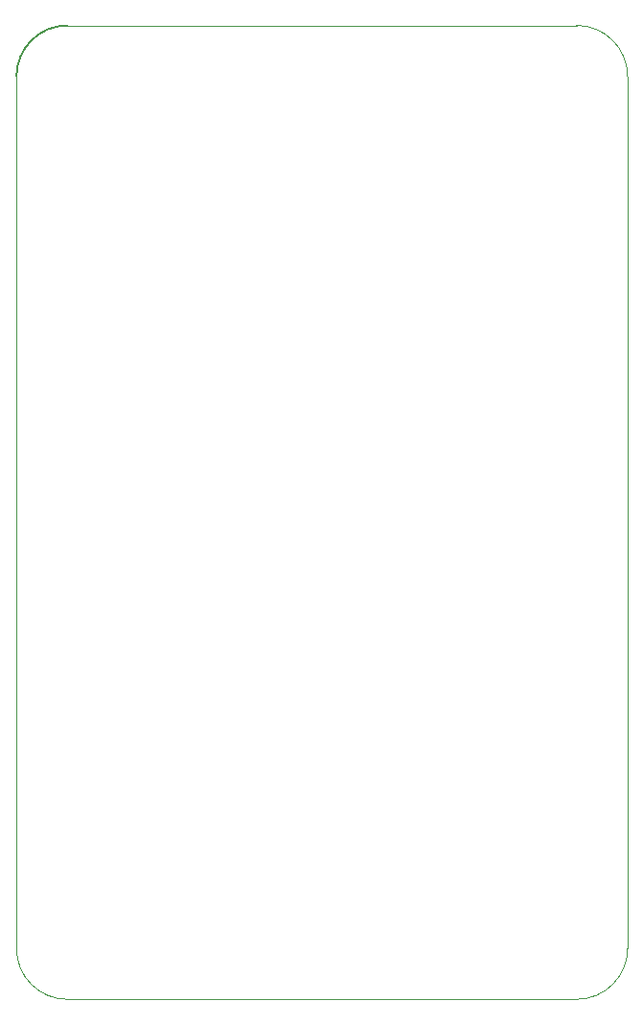
<source format=gbr>
%TF.GenerationSoftware,KiCad,Pcbnew,9.0.3*%
%TF.CreationDate,2025-07-12T21:26:52+09:00*%
%TF.ProjectId,AViC m4,41566943-206d-4342-9e6b-696361645f70,rev?*%
%TF.SameCoordinates,Original*%
%TF.FileFunction,Profile,NP*%
%FSLAX46Y46*%
G04 Gerber Fmt 4.6, Leading zero omitted, Abs format (unit mm)*
G04 Created by KiCad (PCBNEW 9.0.3) date 2025-07-12 21:26:52*
%MOMM*%
%LPD*%
G01*
G04 APERTURE LIST*
%TA.AperFunction,Profile*%
%ADD10C,0.050000*%
%TD*%
%TA.AperFunction,Profile*%
%ADD11C,0.200000*%
%TD*%
G04 APERTURE END LIST*
D10*
X180500000Y-140000000D02*
X225500000Y-140000000D01*
D11*
X176000000Y-58500000D02*
G75*
G02*
X180500000Y-54000000I4500000J0D01*
G01*
D10*
X225500000Y-54000000D02*
X180500000Y-54000000D01*
X230000000Y-135500000D02*
X230000000Y-58500000D01*
X230000000Y-135500000D02*
G75*
G02*
X225500000Y-140000000I-4500000J0D01*
G01*
X225500000Y-54000000D02*
G75*
G02*
X230000000Y-58500000I0J-4500000D01*
G01*
X176000000Y-58500000D02*
X176000000Y-135500000D01*
X180500000Y-140000000D02*
G75*
G02*
X176000000Y-135500000I0J4500000D01*
G01*
M02*

</source>
